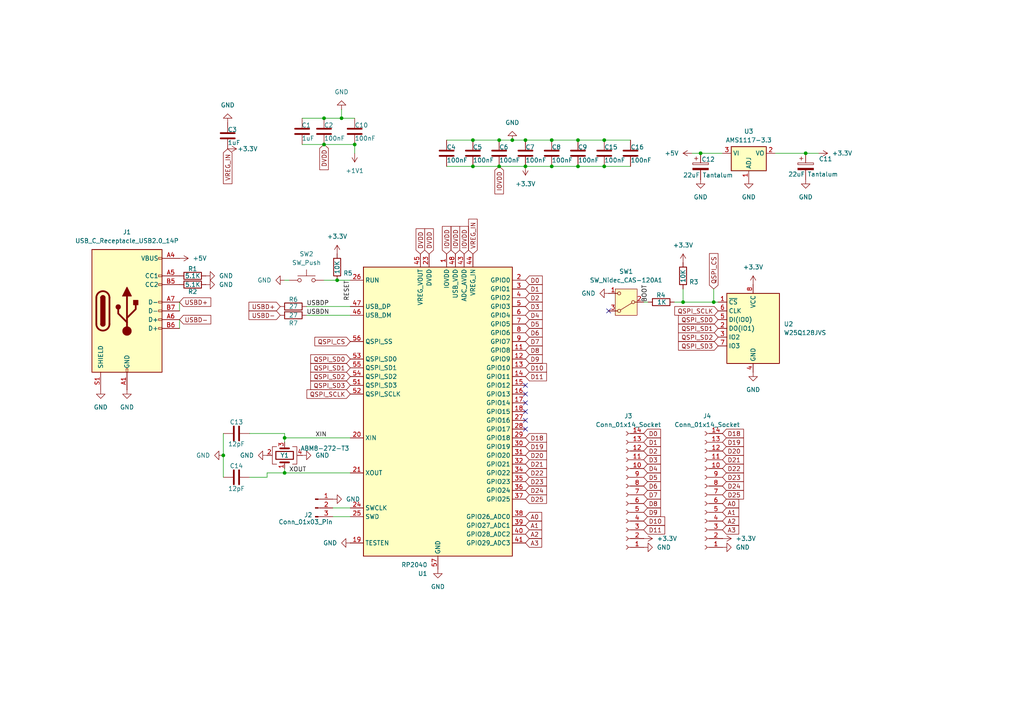
<source format=kicad_sch>
(kicad_sch (version 20250114) (generator "eeschema") (generator_version "9.0")
  (paper "A4")
  (lib_symbols
    (symbol "Connector:Conn_01x03_Pin" (pin_names (offset 1.016) (hide yes))
      (property "Reference" "J" (at 0 5.08 0))
      (property "Value" "Conn_01x03_Pin" (at 0 -5.08 0))
      (symbol "Conn_01x03_Pin_1_1"
        (rectangle (start 0.8636 2.667) (end 0 2.413) (stroke (width 0.1524)) (fill (type outline)))
        (rectangle (start 0.8636 0.127) (end 0 -0.127) (stroke (width 0.1524)) (fill (type outline)))
        (rectangle (start 0.8636 -2.413) (end 0 -2.667) (stroke (width 0.1524)) (fill (type outline)))
        (polyline (pts (xy 1.27 2.54) (xy 0.8636 2.54)) (stroke (width 0.1524)))
        (polyline (pts (xy 1.27 0) (xy 0.8636 0)) (stroke (width 0.1524)))
        (polyline (pts (xy 1.27 -2.54) (xy 0.8636 -2.54)) (stroke (width 0.1524)))
        (pin passive line (at 5.08 2.54 180) (length 3.81) (name "Pin_1") (number "1"))
        (pin passive line (at 5.08 0 180) (length 3.81) (name "Pin_2") (number "2"))
        (pin passive line (at 5.08 -2.54 180) (length 3.81) (name "Pin_3") (number "3"))
      )
    )
    (symbol "Connector:Conn_01x14_Socket" (pin_names (offset 1.016) (hide yes))
      (property "Reference" "J" (at 0 17.78 0))
      (property "Value" "Conn_01x14_Socket" (at 0 -20.32 0))
      (symbol "Conn_01x14_Socket_1_1"
        (polyline (pts (xy -1.27 15.24) (xy -0.508 15.24)) (stroke (width 0.1524)))
        (polyline (pts (xy -1.27 12.7) (xy -0.508 12.7)) (stroke (width 0.1524)))
        (polyline (pts (xy -1.27 10.16) (xy -0.508 10.16)) (stroke (width 0.1524)))
        (polyline (pts (xy -1.27 7.62) (xy -0.508 7.62)) (stroke (width 0.1524)))
        (polyline (pts (xy -1.27 5.08) (xy -0.508 5.08)) (stroke (width 0.1524)))
        (polyline (pts (xy -1.27 2.54) (xy -0.508 2.54)) (stroke (width 0.1524)))
        (polyline (pts (xy -1.27 0) (xy -0.508 0)) (stroke (width 0.1524)))
        (polyline (pts (xy -1.27 -2.54) (xy -0.508 -2.54)) (stroke (width 0.1524)))
        (polyline (pts (xy -1.27 -5.08) (xy -0.508 -5.08)) (stroke (width 0.1524)))
        (polyline (pts (xy -1.27 -7.62) (xy -0.508 -7.62)) (stroke (width 0.1524)))
        (polyline (pts (xy -1.27 -10.16) (xy -0.508 -10.16)) (stroke (width 0.1524)))
        (polyline (pts (xy -1.27 -12.7) (xy -0.508 -12.7)) (stroke (width 0.1524)))
        (polyline (pts (xy -1.27 -15.24) (xy -0.508 -15.24)) (stroke (width 0.1524)))
        (polyline (pts (xy -1.27 -17.78) (xy -0.508 -17.78)) (stroke (width 0.1524)))
        (arc (start 0 14.732) (mid -0.5058 15.24) (end 0 15.748) (stroke (width 0.1524)))
        (arc (start 0 12.192) (mid -0.5058 12.7) (end 0 13.208) (stroke (width 0.1524)))
        (arc (start 0 9.652) (mid -0.5058 10.16) (end 0 10.668) (stroke (width 0.1524)))
        (arc (start 0 7.112) (mid -0.5058 7.62) (end 0 8.128) (stroke (width 0.1524)))
        (arc (start 0 4.572) (mid -0.5058 5.08) (end 0 5.588) (stroke (width 0.1524)))
        (arc (start 0 2.032) (mid -0.5058 2.54) (end 0 3.048) (stroke (width 0.1524)))
        (arc (start 0 -0.508) (mid -0.5058 0) (end 0 0.508) (stroke (width 0.1524)))
        (arc (start 0 -3.048) (mid -0.5058 -2.54) (end 0 -2.032) (stroke (width 0.1524)))
        (arc (start 0 -5.588) (mid -0.5058 -5.08) (end 0 -4.572) (stroke (width 0.1524)))
        (arc (start 0 -8.128) (mid -0.5058 -7.62) (end 0 -7.112) (stroke (width 0.1524)))
        (arc (start 0 -10.668) (mid -0.5058 -10.16) (end 0 -9.652) (stroke (width 0.1524)))
        (arc (start 0 -13.208) (mid -0.5058 -12.7) (end 0 -12.192) (stroke (width 0.1524)))
        (arc (start 0 -15.748) (mid -0.5058 -15.24) (end 0 -14.732) (stroke (width 0.1524)))
        (arc (start 0 -18.288) (mid -0.5058 -17.78) (end 0 -17.272) (stroke (width 0.1524)))
        (pin passive line (at -5.08 15.24 0) (length 3.81) (name "Pin_1") (number "1"))
        (pin passive line (at -5.08 12.7 0) (length 3.81) (name "Pin_2") (number "2"))
        (pin passive line (at -5.08 10.16 0) (length 3.81) (name "Pin_3") (number "3"))
        (pin passive line (at -5.08 7.62 0) (length 3.81) (name "Pin_4") (number "4"))
        (pin passive line (at -5.08 5.08 0) (length 3.81) (name "Pin_5") (number "5"))
        (pin passive line (at -5.08 2.54 0) (length 3.81) (name "Pin_6") (number "6"))
        (pin passive line (at -5.08 0 0) (length 3.81) (name "Pin_7") (number "7"))
        (pin passive line (at -5.08 -2.54 0) (length 3.81) (name "Pin_8") (number "8"))
        (pin passive line (at -5.08 -5.08 0) (length 3.81) (name "Pin_9") (number "9"))
        (pin passive line (at -5.08 -7.62 0) (length 3.81) (name "Pin_10") (number "10"))
        (pin passive line (at -5.08 -10.16 0) (length 3.81) (name "Pin_11") (number "11"))
        (pin passive line (at -5.08 -12.7 0) (length 3.81) (name "Pin_12") (number "12"))
        (pin passive line (at -5.08 -15.24 0) (length 3.81) (name "Pin_13") (number "13"))
        (pin passive line (at -5.08 -17.78 0) (length 3.81) (name "Pin_14") (number "14"))
      )
    )
    (symbol "Connector:USB_C_Receptacle_USB2.0_14P" (pin_names (offset 1.016))
      (property "Reference" "J" (at 0 22.225 0))
      (property "Value" "USB_C_Receptacle_USB2.0_14P" (at 0 19.685 0))
      (symbol "USB_C_Receptacle_USB2.0_14P_0_0"
        (rectangle (start -0.254 -17.78) (end 0.254 -16.764))
        (rectangle (start 10.16 15.494) (end 9.144 14.986))
        (rectangle (start 10.16 10.414) (end 9.144 9.906))
        (rectangle (start 10.16 7.874) (end 9.144 7.366))
        (rectangle (start 10.16 2.794) (end 9.144 2.286))
        (rectangle (start 10.16 0.254) (end 9.144 -0.254))
        (rectangle (start 10.16 -2.286) (end 9.144 -2.794))
        (rectangle (start 10.16 -4.826) (end 9.144 -5.334))
      )
      (symbol "USB_C_Receptacle_USB2.0_14P_0_1"
        (rectangle (start -10.16 17.78) (end 10.16 -17.78) (stroke (width 0.254)) (fill (type background)))
        (polyline (pts (xy -8.89 -3.81) (xy -8.89 3.81)) (stroke (width 0.508)))
        (rectangle (start -7.62 -3.81) (end -6.35 3.81) (stroke (width 0.254)) (fill (type outline)))
        (arc (start -7.62 3.81) (mid -6.985 4.4423) (end -6.35 3.81) (stroke (width 0.254)))
        (arc (start -7.62 3.81) (mid -6.985 4.4423) (end -6.35 3.81) (stroke (width 0.254)) (fill (type outline)))
        (arc (start -8.89 3.81) (mid -6.985 5.7067) (end -5.08 3.81) (stroke (width 0.508)))
        (arc (start -5.08 -3.81) (mid -6.985 -5.7067) (end -8.89 -3.81) (stroke (width 0.508)))
        (arc (start -6.35 -3.81) (mid -6.985 -4.4423) (end -7.62 -3.81) (stroke (width 0.254)))
        (arc (start -6.35 -3.81) (mid -6.985 -4.4423) (end -7.62 -3.81) (stroke (width 0.254)) (fill (type outline)))
        (polyline (pts (xy -5.08 3.81) (xy -5.08 -3.81)) (stroke (width 0.508)))
        (circle (center -2.54 1.143) (radius 0.635) (stroke (width 0.254)) (fill (type outline)))
        (polyline (pts (xy -1.27 4.318) (xy 0 6.858) (xy 1.27 4.318) (xy -1.27 4.318)) (stroke (width 0.254)) (fill (type outline)))
        (polyline (pts (xy 0 -2.032) (xy 2.54 0.508) (xy 2.54 1.778)) (stroke (width 0.508)))
        (polyline (pts (xy 0 -3.302) (xy -2.54 -0.762) (xy -2.54 0.508)) (stroke (width 0.508)))
        (polyline (pts (xy 0 -5.842) (xy 0 4.318)) (stroke (width 0.508)))
        (circle (center 0 -5.842) (radius 1.27) (fill (type outline)))
        (rectangle (start 1.905 1.778) (end 3.175 3.048) (stroke (width 0.254)) (fill (type outline)))
      )
      (symbol "USB_C_Receptacle_USB2.0_14P_1_1"
        (pin passive line (at -7.62 -22.86 90) (length 5.08) (name "SHIELD") (number "S1"))
        (pin passive line (at 0 -22.86 90) (length 5.08) (name "GND") (number "A1"))
        (pin passive line (at 0 -22.86 90) (length 5.08) (hide yes) (name "GND") (number "A12"))
        (pin passive line (at 0 -22.86 90) (length 5.08) (hide yes) (name "GND") (number "B1"))
        (pin passive line (at 0 -22.86 90) (length 5.08) (hide yes) (name "GND") (number "B12"))
        (pin passive line (at 15.24 15.24 180) (length 5.08) (name "VBUS") (number "A4"))
        (pin passive line (at 15.24 15.24 180) (length 5.08) (hide yes) (name "VBUS") (number "A9"))
        (pin passive line (at 15.24 15.24 180) (length 5.08) (hide yes) (name "VBUS") (number "B4"))
        (pin passive line (at 15.24 15.24 180) (length 5.08) (hide yes) (name "VBUS") (number "B9"))
        (pin bidirectional line (at 15.24 10.16 180) (length 5.08) (name "CC1") (number "A5"))
        (pin bidirectional line (at 15.24 7.62 180) (length 5.08) (name "CC2") (number "B5"))
        (pin bidirectional line (at 15.24 2.54 180) (length 5.08) (name "D-") (number "A7"))
        (pin bidirectional line (at 15.24 0 180) (length 5.08) (name "D-") (number "B7"))
        (pin bidirectional line (at 15.24 -2.54 180) (length 5.08) (name "D+") (number "A6"))
        (pin bidirectional line (at 15.24 -5.08 180) (length 5.08) (name "D+") (number "B6"))
      )
    )
    (symbol "Device:C" (pin_numbers (hide yes)) (pin_names (offset 0.254))
      (property "Reference" "C" (at 0.635 2.54 0))
      (property "Value" "C" (at 0.635 -2.54 0))
      (symbol "C_0_1"
        (polyline (pts (xy -2.032 0.762) (xy 2.032 0.762)) (stroke (width 0.508)))
        (polyline (pts (xy -2.032 -0.762) (xy 2.032 -0.762)) (stroke (width 0.508)))
      )
      (symbol "C_1_1"
        (pin passive line (at 0 3.81 270) (length 2.794) (name "~") (number "1"))
        (pin passive line (at 0 -3.81 90) (length 2.794) (name "~") (number "2"))
      )
    )
    (symbol "Device:C_Polarized" (pin_numbers (hide yes)) (pin_names (offset 0.254))
      (property "Reference" "C" (at 0.635 2.54 0))
      (property "Value" "C_Polarized" (at 0.635 -2.54 0))
      (symbol "C_Polarized_0_1"
        (rectangle (start -2.286 0.508) (end 2.286 1.016))
        (polyline (pts (xy -1.778 2.286) (xy -0.762 2.286)))
        (polyline (pts (xy -1.27 2.794) (xy -1.27 1.778)))
        (rectangle (start 2.286 -0.508) (end -2.286 -1.016) (fill (type outline)))
      )
      (symbol "C_Polarized_1_1"
        (pin passive line (at 0 3.81 270) (length 2.794) (name "~") (number "1"))
        (pin passive line (at 0 -3.81 90) (length 2.794) (name "~") (number "2"))
      )
    )
    (symbol "Device:Crystal_GND24" (pin_names (offset 1.016) (hide yes))
      (property "Reference" "Y" (at 3.175 5.08 0))
      (property "Value" "Crystal_GND24" (at 3.175 3.175 0))
      (symbol "Crystal_GND24_0_1"
        (polyline (pts (xy -2.54 2.286) (xy -2.54 3.556) (xy 2.54 3.556) (xy 2.54 2.286)))
        (polyline (pts (xy -2.54 0) (xy -2.032 0)))
        (polyline (pts (xy -2.54 -2.286) (xy -2.54 -3.556) (xy 2.54 -3.556) (xy 2.54 -2.286)))
        (polyline (pts (xy -2.032 -1.27) (xy -2.032 1.27)) (stroke (width 0.508)))
        (rectangle (start -1.143 2.54) (end 1.143 -2.54) (stroke (width 0.3048)))
        (polyline (pts (xy 0 3.556) (xy 0 3.81)))
        (polyline (pts (xy 0 -3.81) (xy 0 -3.556)))
        (polyline (pts (xy 2.032 0) (xy 2.54 0)))
        (polyline (pts (xy 2.032 -1.27) (xy 2.032 1.27)) (stroke (width 0.508)))
      )
      (symbol "Crystal_GND24_1_1"
        (pin passive line (at -3.81 0 0) (length 1.27) (name "1") (number "1"))
        (pin passive line (at 0 5.08 270) (length 1.27) (name "2") (number "2"))
        (pin passive line (at 0 -5.08 90) (length 1.27) (name "4") (number "4"))
        (pin passive line (at 3.81 0 180) (length 1.27) (name "3") (number "3"))
      )
    )
    (symbol "Device:R" (pin_numbers (hide yes)) (pin_names (offset 0))
      (property "Reference" "R" (at 2.032 0 90))
      (property "Value" "R" (at 0 0 90))
      (symbol "R_0_1"
        (rectangle (start -1.016 -2.54) (end 1.016 2.54) (stroke (width 0.254)))
      )
      (symbol "R_1_1"
        (pin passive line (at 0 3.81 270) (length 1.27) (name "~") (number "1"))
        (pin passive line (at 0 -3.81 90) (length 1.27) (name "~") (number "2"))
      )
    )
    (symbol "MCU_RaspberryPi:RP2040"
      (property "Reference" "U" (at 17.78 45.72 0))
      (property "Value" "RP2040" (at 17.78 43.18 0))
      (symbol "RP2040_0_1"
        (rectangle (start -21.59 41.91) (end 21.59 -41.91) (stroke (width 0.254)) (fill (type background)))
      )
      (symbol "RP2040_1_1"
        (pin input line (at -25.4 38.1 0) (length 3.81) (name "RUN") (number "26"))
        (pin bidirectional line (at -25.4 30.48 0) (length 3.81) (name "USB_DP") (number "47"))
        (pin bidirectional line (at -25.4 27.94 0) (length 3.81) (name "USB_DM") (number "46"))
        (pin bidirectional line (at -25.4 20.32 0) (length 3.81) (name "QSPI_SS") (number "56"))
        (pin bidirectional line (at -25.4 15.24 0) (length 3.81) (name "QSPI_SD0") (number "53"))
        (pin bidirectional line (at -25.4 12.7 0) (length 3.81) (name "QSPI_SD1") (number "55"))
        (pin bidirectional line (at -25.4 10.16 0) (length 3.81) (name "QSPI_SD2") (number "54"))
        (pin bidirectional line (at -25.4 7.62 0) (length 3.81) (name "QSPI_SD3") (number "51"))
        (pin output line (at -25.4 5.08 0) (length 3.81) (name "QSPI_SCLK") (number "52"))
        (pin input line (at -25.4 -7.62 0) (length 3.81) (name "XIN") (number "20"))
        (pin passive line (at -25.4 -17.78 0) (length 3.81) (name "XOUT") (number "21"))
        (pin input line (at -25.4 -27.94 0) (length 3.81) (name "SWCLK") (number "24"))
        (pin bidirectional line (at -25.4 -30.48 0) (length 3.81) (name "SWD") (number "25"))
        (pin input line (at -25.4 -38.1 0) (length 3.81) (name "TESTEN") (number "19"))
        (pin power_out line (at -5.08 45.72 270) (length 3.81) (name "VREG_VOUT") (number "45"))
        (pin power_in line (at -2.54 45.72 270) (length 3.81) (name "DVDD") (number "23"))
        (pin passive line (at -2.54 45.72 270) (length 3.81) (hide yes) (name "DVDD") (number "50"))
        (pin power_in line (at 0 -45.72 90) (length 3.81) (name "GND") (number "57"))
        (pin power_in line (at 2.54 45.72 270) (length 3.81) (name "IOVDD") (number "1"))
        (pin passive line (at 2.54 45.72 270) (length 3.81) (hide yes) (name "IOVDD") (number "10"))
        (pin passive line (at 2.54 45.72 270) (length 3.81) (hide yes) (name "IOVDD") (number "22"))
        (pin passive line (at 2.54 45.72 270) (length 3.81) (hide yes) (name "IOVDD") (number "33"))
        (pin passive line (at 2.54 45.72 270) (length 3.81) (hide yes) (name "IOVDD") (number "42"))
        (pin passive line (at 2.54 45.72 270) (length 3.81) (hide yes) (name "IOVDD") (number "49"))
        (pin power_in line (at 5.08 45.72 270) (length 3.81) (name "USB_VDD") (number "48"))
        (pin power_in line (at 7.62 45.72 270) (length 3.81) (name "ADC_AVDD") (number "43"))
        (pin power_in line (at 10.16 45.72 270) (length 3.81) (name "VREG_IN") (number "44"))
        (pin bidirectional line (at 25.4 38.1 180) (length 3.81) (name "GPIO0") (number "2"))
        (pin bidirectional line (at 25.4 35.56 180) (length 3.81) (name "GPIO1") (number "3"))
        (pin bidirectional line (at 25.4 33.02 180) (length 3.81) (name "GPIO2") (number "4"))
        (pin bidirectional line (at 25.4 30.48 180) (length 3.81) (name "GPIO3") (number "5"))
        (pin bidirectional line (at 25.4 27.94 180) (length 3.81) (name "GPIO4") (number "6"))
        (pin bidirectional line (at 25.4 25.4 180) (length 3.81) (name "GPIO5") (number "7"))
        (pin bidirectional line (at 25.4 22.86 180) (length 3.81) (name "GPIO6") (number "8"))
        (pin bidirectional line (at 25.4 20.32 180) (length 3.81) (name "GPIO7") (number "9"))
        (pin bidirectional line (at 25.4 17.78 180) (length 3.81) (name "GPIO8") (number "11"))
        (pin bidirectional line (at 25.4 15.24 180) (length 3.81) (name "GPIO9") (number "12"))
        (pin bidirectional line (at 25.4 12.7 180) (length 3.81) (name "GPIO10") (number "13"))
        (pin bidirectional line (at 25.4 10.16 180) (length 3.81) (name "GPIO11") (number "14"))
        (pin bidirectional line (at 25.4 7.62 180) (length 3.81) (name "GPIO12") (number "15"))
        (pin bidirectional line (at 25.4 5.08 180) (length 3.81) (name "GPIO13") (number "16"))
        (pin bidirectional line (at 25.4 2.54 180) (length 3.81) (name "GPIO14") (number "17"))
        (pin bidirectional line (at 25.4 0 180) (length 3.81) (name "GPIO15") (number "18"))
        (pin bidirectional line (at 25.4 -2.54 180) (length 3.81) (name "GPIO16") (number "27"))
        (pin bidirectional line (at 25.4 -5.08 180) (length 3.81) (name "GPIO17") (number "28"))
        (pin bidirectional line (at 25.4 -7.62 180) (length 3.81) (name "GPIO18") (number "29"))
        (pin bidirectional line (at 25.4 -10.16 180) (length 3.81) (name "GPIO19") (number "30"))
        (pin bidirectional line (at 25.4 -12.7 180) (length 3.81) (name "GPIO20") (number "31"))
        (pin bidirectional line (at 25.4 -15.24 180) (length 3.81) (name "GPIO21") (number "32"))
        (pin bidirectional line (at 25.4 -17.78 180) (length 3.81) (name "GPIO22") (number "34"))
        (pin bidirectional line (at 25.4 -20.32 180) (length 3.81) (name "GPIO23") (number "35"))
        (pin bidirectional line (at 25.4 -22.86 180) (length 3.81) (name "GPIO24") (number "36"))
        (pin bidirectional line (at 25.4 -25.4 180) (length 3.81) (name "GPIO25") (number "37"))
        (pin bidirectional line (at 25.4 -30.48 180) (length 3.81) (name "GPIO26_ADC0") (number "38"))
        (pin bidirectional line (at 25.4 -33.02 180) (length 3.81) (name "GPIO27_ADC1") (number "39"))
        (pin bidirectional line (at 25.4 -35.56 180) (length 3.81) (name "GPIO28_ADC2") (number "40"))
        (pin bidirectional line (at 25.4 -38.1 180) (length 3.81) (name "GPIO29_ADC3") (number "41"))
      )
    )
    (symbol "Memory_Flash:W25Q128JVS"
      (property "Reference" "U" (at -6.35 11.43 0))
      (property "Value" "W25Q128JVS" (at 7.62 11.43 0))
      (symbol "W25Q128JVS_0_1"
        (rectangle (start -7.62 10.16) (end 7.62 -10.16) (stroke (width 0.254)) (fill (type background)))
      )
      (symbol "W25Q128JVS_1_1"
        (pin input line (at -10.16 7.62 0) (length 2.54) (name "~{CS}") (number "1"))
        (pin input line (at -10.16 5.08 0) (length 2.54) (name "CLK") (number "6"))
        (pin bidirectional line (at -10.16 2.54 0) (length 2.54) (name "DI(IO0)") (number "5"))
        (pin bidirectional line (at -10.16 0 0) (length 2.54) (name "DO(IO1)") (number "2"))
        (pin bidirectional line (at -10.16 -2.54 0) (length 2.54) (name "IO2") (number "3"))
        (pin bidirectional line (at -10.16 -5.08 0) (length 2.54) (name "IO3") (number "7"))
        (pin power_in line (at 0 12.7 270) (length 2.54) (name "VCC") (number "8"))
        (pin power_in line (at 0 -12.7 90) (length 2.54) (name "GND") (number "4"))
      )
    )
    (symbol "Regulator_Linear:AMS1117"
      (property "Reference" "U" (at -3.81 3.175 0))
      (property "Value" "AMS1117" (at 0 3.175 0))
      (symbol "AMS1117_0_1"
        (rectangle (start -5.08 -5.08) (end 5.08 1.905) (stroke (width 0.254)) (fill (type background)))
      )
      (symbol "AMS1117_1_1"
        (pin power_in line (at -7.62 0 0) (length 2.54) (name "VI") (number "3"))
        (pin input line (at 0 -7.62 90) (length 2.54) (name "ADJ") (number "1"))
        (pin power_out line (at 7.62 0 180) (length 2.54) (name "VO") (number "2"))
      )
    )
    (symbol "Switch:SW_Nidec_CAS-120A1" (pin_names (offset 1) (hide yes))
      (property "Reference" "SW" (at 0 4.318 0))
      (property "Value" "SW_Nidec_CAS-120A1" (at 0 -5.08 0))
      (symbol "SW_Nidec_CAS-120A1_0_1"
        (circle (center -2.032 0) (radius 0.4572))
        (polyline (pts (xy -1.651 0.254) (xy 1.651 2.286)))
        (circle (center 2.032 2.54) (radius 0.4572))
        (circle (center 2.032 -2.54) (radius 0.4572))
      )
      (symbol "SW_Nidec_CAS-120A1_1_1"
        (rectangle (start -3.175 3.81) (end 3.175 -3.81) (fill (type background)))
        (pin passive line (at -5.08 0 0) (length 2.54) (name "B") (number "2"))
        (pin passive line (at 5.08 2.54 180) (length 2.54) (name "A") (number "3"))
        (pin passive line (at 5.08 -2.54 180) (length 2.54) (name "C") (number "1"))
      )
    )
    (symbol "Switch:SW_Push" (pin_numbers (hide yes)) (pin_names (offset 1.016) (hide yes))
      (property "Reference" "SW" (at 1.27 2.54 0))
      (property "Value" "SW_Push" (at 0 -1.524 0))
      (symbol "SW_Push_0_1"
        (circle (center -2.032 0) (radius 0.508))
        (polyline (pts (xy 0 1.27) (xy 0 3.048)))
        (circle (center 2.032 0) (radius 0.508))
        (polyline (pts (xy 2.54 1.27) (xy -2.54 1.27)))
        (pin passive line (at -5.08 0 0) (length 2.54) (name "1") (number "1"))
        (pin passive line (at 5.08 0 180) (length 2.54) (name "2") (number "2"))
      )
    )
    (symbol "power:+1V1" (power) (pin_numbers (hide yes)) (pin_names (offset 0) (hide yes))
      (property "Value" "+1V1" (at 0 3.556 0))
      (symbol "+1V1_0_1"
        (polyline (pts (xy -0.762 1.27) (xy 0 2.54)))
        (polyline (pts (xy 0 2.54) (xy 0.762 1.27)))
        (polyline (pts (xy 0 0) (xy 0 2.54)))
      )
      (symbol "+1V1_1_1"
        (pin power_in line (at 0 0 90) (length 0) (name "~") (number "1"))
      )
    )
    (symbol "power:+3.3V" (power) (pin_numbers (hide yes)) (pin_names (offset 0) (hide yes))
      (property "Value" "+3.3V" (at 0 3.556 0))
      (symbol "+3.3V_0_1"
        (polyline (pts (xy -0.762 1.27) (xy 0 2.54)))
        (polyline (pts (xy 0 2.54) (xy 0.762 1.27)))
        (polyline (pts (xy 0 0) (xy 0 2.54)))
      )
      (symbol "+3.3V_1_1"
        (pin power_in line (at 0 0 90) (length 0) (name "~") (number "1"))
      )
    )
    (symbol "power:+5V" (power) (pin_numbers (hide yes)) (pin_names (offset 0) (hide yes))
      (property "Value" "+5V" (at 0 3.556 0))
      (symbol "+5V_0_1"
        (polyline (pts (xy -0.762 1.27) (xy 0 2.54)))
        (polyline (pts (xy 0 2.54) (xy 0.762 1.27)))
        (polyline (pts (xy 0 0) (xy 0 2.54)))
      )
      (symbol "+5V_1_1"
        (pin power_in line (at 0 0 90) (length 0) (name "~") (number "1"))
      )
    )
    (symbol "power:GND" (power) (pin_numbers (hide yes)) (pin_names (offset 0) (hide yes))
      (property "Value" "GND" (at 0 -3.81 0))
      (symbol "GND_0_1"
        (polyline (pts (xy 0 0) (xy 0 -1.27) (xy 1.27 -1.27) (xy 0 -2.54) (xy -1.27 -1.27) (xy 0 -1.27)))
      )
      (symbol "GND_1_1"
        (pin power_in line (at 0 0 270) (length 0) (name "~") (number "1"))
      )
    )
  )
  (junction (at 144.78 40.64))
  (junction (at 137.16 40.64))
  (junction (at 207.01 87.63))
  (junction (at 137.16 48.26))
  (junction (at 167.64 40.64))
  (junction (at 64.77 132.08))
  (junction (at 152.4 48.26))
  (junction (at 175.26 48.26))
  (junction (at 152.4 40.64))
  (junction (at 160.02 48.26))
  (junction (at 148.59 40.64))
  (junction (at 198.12 87.63))
  (junction (at 82.55 137.16))
  (junction (at 167.64 48.26))
  (junction (at 144.78 48.26))
  (junction (at 233.68 44.45))
  (junction (at 102.87 41.91))
  (junction (at 93.98 34.29))
  (junction (at 175.26 40.64))
  (junction (at 203.2 44.45))
  (junction (at 97.79 81.28))
  (junction (at 160.02 40.64))
  (junction (at 99.06 34.29))
  (junction (at 93.98 41.91))
  (junction (at 82.55 127))
  (no_connect (at 152.4 116.84))
  (no_connect (at 152.4 121.92))
  (no_connect (at 152.4 114.3))
  (no_connect (at 152.4 124.46))
  (no_connect (at 176.53 90.17))
  (no_connect (at 152.4 119.38))
  (no_connect (at 152.4 111.76))
  (wire (pts (xy 93.98 34.29) (xy 99.06 34.29)))
  (wire (pts (xy 82.55 127) (xy 101.6 127)))
  (wire (pts (xy 93.98 41.91) (xy 102.87 41.91)))
  (wire (pts (xy 82.55 137.16) (xy 101.6 137.16)))
  (wire (pts (xy 99.06 34.29) (xy 102.87 34.29)))
  (wire (pts (xy 152.4 48.26) (xy 160.02 48.26)))
  (wire (pts (xy 129.54 48.26) (xy 137.16 48.26)))
  (wire (pts (xy 152.4 40.64) (xy 160.02 40.64)))
  (wire (pts (xy 64.77 125.73) (xy 64.77 132.08)))
  (wire (pts (xy 93.98 81.28) (xy 97.79 81.28)))
  (wire (pts (xy 224.79 44.45) (xy 233.68 44.45)))
  (wire (pts (xy 96.52 149.86) (xy 101.6 149.86)))
  (wire (pts (xy 82.55 125.73) (xy 72.39 125.73)))
  (wire (pts (xy 195.58 87.63) (xy 198.12 87.63)))
  (wire (pts (xy 207.01 87.63) (xy 208.28 87.63)))
  (wire (pts (xy 93.98 34.29) (xy 87.63 34.29)))
  (wire (pts (xy 97.79 81.28) (xy 101.6 81.28)))
  (wire (pts (xy 167.64 40.64) (xy 175.26 40.64)))
  (wire (pts (xy 87.63 41.91) (xy 93.98 41.91)))
  (wire (pts (xy 96.52 147.32) (xy 101.6 147.32)))
  (wire (pts (xy 52.07 92.71) (xy 52.07 95.25)))
  (wire (pts (xy 200.66 44.45) (xy 203.2 44.45)))
  (wire (pts (xy 82.55 125.73) (xy 82.55 127)))
  (wire (pts (xy 102.87 44.45) (xy 102.87 41.91)))
  (wire (pts (xy 88.9 91.44) (xy 101.6 91.44)))
  (wire (pts (xy 72.39 138.43) (xy 77.47 138.43)))
  (wire (pts (xy 144.78 48.26) (xy 152.4 48.26)))
  (wire (pts (xy 99.06 31.75) (xy 99.06 34.29)))
  (wire (pts (xy 129.54 40.64) (xy 137.16 40.64)))
  (wire (pts (xy 203.2 44.45) (xy 209.55 44.45)))
  (wire (pts (xy 144.78 48.26) (xy 137.16 48.26)))
  (wire (pts (xy 198.12 83.82) (xy 198.12 87.63)))
  (wire (pts (xy 82.55 81.28) (xy 83.82 81.28)))
  (wire (pts (xy 233.68 44.45) (xy 237.49 44.45)))
  (wire (pts (xy 160.02 48.26) (xy 167.64 48.26)))
  (wire (pts (xy 148.59 40.64) (xy 152.4 40.64)))
  (wire (pts (xy 160.02 40.64) (xy 167.64 40.64)))
  (wire (pts (xy 175.26 48.26) (xy 182.88 48.26)))
  (wire (pts (xy 207.01 83.82) (xy 207.01 87.63)))
  (wire (pts (xy 82.55 127) (xy 82.55 128.27)))
  (wire (pts (xy 144.78 40.64) (xy 148.59 40.64)))
  (wire (pts (xy 52.07 87.63) (xy 52.07 90.17)))
  (wire (pts (xy 137.16 40.64) (xy 144.78 40.64)))
  (wire (pts (xy 186.69 87.63) (xy 187.96 87.63)))
  (wire (pts (xy 167.64 48.26) (xy 175.26 48.26)))
  (wire (pts (xy 207.01 87.63) (xy 198.12 87.63)))
  (wire (pts (xy 88.9 88.9) (xy 101.6 88.9)))
  (wire (pts (xy 77.47 137.16) (xy 82.55 137.16)))
  (wire (pts (xy 77.47 137.16) (xy 77.47 138.43)))
  (wire (pts (xy 64.77 132.08) (xy 64.77 138.43)))
  (wire (pts (xy 175.26 40.64) (xy 182.88 40.64)))
  (wire (pts (xy 82.55 135.89) (xy 82.55 137.16)))
  (label "BOOT" (at 187.96 87.63 90))
  (label "USBDN" (at 88.9 91.44 0))
  (label "RESET" (at 101.6 81.28 270))
  (label "XIN" (at 91.44 127 0))
  (label "USBDP" (at 88.9 88.9 0))
  (label "XOUT" (at 83.82 137.16 0))
  (global_label "QSPI_SCLK" (shape input) (at 101.6 114.3 180) (property "Intersheetrefs" "${INTERSHEET_REFS}" (effects (hide yes))))
  (global_label "QSPI_SD2" (shape input) (at 208.28 97.79 180) (property "Intersheetrefs" "${INTERSHEET_REFS}" (effects (hide yes))))
  (global_label "IOVDD" (shape input) (at 144.78 48.26 270) (property "Intersheetrefs" "${INTERSHEET_REFS}" (effects (hide yes))))
  (global_label "D7" (shape input) (at 186.69 143.51 0) (property "Intersheetrefs" "${INTERSHEET_REFS}" (effects (hide yes))))
  (global_label "USBD-" (shape input) (at 81.28 91.44 180) (property "Intersheetrefs" "${INTERSHEET_REFS}" (effects (hide yes))))
  (global_label "D0" (shape input) (at 186.69 125.73 0) (property "Intersheetrefs" "${INTERSHEET_REFS}" (effects (hide yes))))
  (global_label "D9" (shape input) (at 152.4 104.14 0) (property "Intersheetrefs" "${INTERSHEET_REFS}" (effects (hide yes))))
  (global_label "D1" (shape input) (at 186.69 128.27 0) (property "Intersheetrefs" "${INTERSHEET_REFS}" (effects (hide yes))))
  (global_label "D21" (shape input) (at 209.55 133.35 0) (property "Intersheetrefs" "${INTERSHEET_REFS}" (effects (hide yes))))
  (global_label "D11" (shape input) (at 152.4 109.22 0) (property "Intersheetrefs" "${INTERSHEET_REFS}" (effects (hide yes))))
  (global_label "D19" (shape input) (at 152.4 129.54 0) (property "Intersheetrefs" "${INTERSHEET_REFS}" (effects (hide yes))))
  (global_label "D23" (shape input) (at 152.4 139.7 0) (property "Intersheetrefs" "${INTERSHEET_REFS}" (effects (hide yes))))
  (global_label "A0" (shape input) (at 152.4 149.86 0) (property "Intersheetrefs" "${INTERSHEET_REFS}" (effects (hide yes))))
  (global_label "QSPI_SD3" (shape input) (at 101.6 111.76 180) (property "Intersheetrefs" "${INTERSHEET_REFS}" (effects (hide yes))))
  (global_label "D5" (shape input) (at 152.4 93.98 0) (property "Intersheetrefs" "${INTERSHEET_REFS}" (effects (hide yes))))
  (global_label "A3" (shape input) (at 152.4 157.48 0) (property "Intersheetrefs" "${INTERSHEET_REFS}" (effects (hide yes))))
  (global_label "QSPI_SD0" (shape input) (at 101.6 104.14 180) (property "Intersheetrefs" "${INTERSHEET_REFS}" (effects (hide yes))))
  (global_label "A2" (shape input) (at 152.4 154.94 0) (property "Intersheetrefs" "${INTERSHEET_REFS}" (effects (hide yes))))
  (global_label "D3" (shape input) (at 152.4 88.9 0) (property "Intersheetrefs" "${INTERSHEET_REFS}" (effects (hide yes))))
  (global_label "D4" (shape input) (at 186.69 135.89 0) (property "Intersheetrefs" "${INTERSHEET_REFS}" (effects (hide yes))))
  (global_label "D2" (shape input) (at 152.4 86.36 0) (property "Intersheetrefs" "${INTERSHEET_REFS}" (effects (hide yes))))
  (global_label "IOVDD" (shape input) (at 129.54 73.66 90) (property "Intersheetrefs" "${INTERSHEET_REFS}" (effects (hide yes))))
  (global_label "DVDD" (shape input) (at 121.92 73.66 90) (property "Intersheetrefs" "${INTERSHEET_REFS}" (effects (hide yes))))
  (global_label "D21" (shape input) (at 152.4 134.62 0) (property "Intersheetrefs" "${INTERSHEET_REFS}" (effects (hide yes))))
  (global_label "IOVDD" (shape input) (at 132.08 73.66 90) (property "Intersheetrefs" "${INTERSHEET_REFS}" (effects (hide yes))))
  (global_label "D10" (shape input) (at 186.69 151.13 0) (property "Intersheetrefs" "${INTERSHEET_REFS}" (effects (hide yes))))
  (global_label "D22" (shape input) (at 209.55 135.89 0) (property "Intersheetrefs" "${INTERSHEET_REFS}" (effects (hide yes))))
  (global_label "D18" (shape input) (at 152.4 127 0) (property "Intersheetrefs" "${INTERSHEET_REFS}" (effects (hide yes))))
  (global_label "D11" (shape input) (at 186.69 153.67 0) (property "Intersheetrefs" "${INTERSHEET_REFS}" (effects (hide yes))))
  (global_label "D4" (shape input) (at 152.4 91.44 0) (property "Intersheetrefs" "${INTERSHEET_REFS}" (effects (hide yes))))
  (global_label "D8" (shape input) (at 152.4 101.6 0) (property "Intersheetrefs" "${INTERSHEET_REFS}" (effects (hide yes))))
  (global_label "D22" (shape input) (at 152.4 137.16 0) (property "Intersheetrefs" "${INTERSHEET_REFS}" (effects (hide yes))))
  (global_label "DVDD" (shape input) (at 124.46 73.66 90) (property "Intersheetrefs" "${INTERSHEET_REFS}" (effects (hide yes))))
  (global_label "QSPI_SCLK" (shape input) (at 208.28 90.17 180) (property "Intersheetrefs" "${INTERSHEET_REFS}" (effects (hide yes))))
  (global_label "A1" (shape input) (at 209.55 148.59 0) (property "Intersheetrefs" "${INTERSHEET_REFS}" (effects (hide yes))))
  (global_label "VREG_IN" (shape input) (at 137.16 73.66 90) (property "Intersheetrefs" "${INTERSHEET_REFS}" (effects (hide yes))))
  (global_label "D6" (shape input) (at 152.4 96.52 0) (property "Intersheetrefs" "${INTERSHEET_REFS}" (effects (hide yes))))
  (global_label "QSPI_SD0" (shape input) (at 208.28 92.71 180) (property "Intersheetrefs" "${INTERSHEET_REFS}" (effects (hide yes))))
  (global_label "D23" (shape input) (at 209.55 138.43 0) (property "Intersheetrefs" "${INTERSHEET_REFS}" (effects (hide yes))))
  (global_label "USBD-" (shape input) (at 52.07 92.71 0) (property "Intersheetrefs" "${INTERSHEET_REFS}" (effects (hide yes))))
  (global_label "QSPI_SD2" (shape input) (at 101.6 109.22 180) (property "Intersheetrefs" "${INTERSHEET_REFS}" (effects (hide yes))))
  (global_label "D25" (shape input) (at 152.4 144.78 0) (property "Intersheetrefs" "${INTERSHEET_REFS}" (effects (hide yes))))
  (global_label "D0" (shape input) (at 152.4 81.28 0) (property "Intersheetrefs" "${INTERSHEET_REFS}" (effects (hide yes))))
  (global_label "A2" (shape input) (at 209.55 151.13 0) (property "Intersheetrefs" "${INTERSHEET_REFS}" (effects (hide yes))))
  (global_label "D8" (shape input) (at 186.69 146.05 0) (property "Intersheetrefs" "${INTERSHEET_REFS}" (effects (hide yes))))
  (global_label "USBD+" (shape input) (at 52.07 87.63 0) (property "Intersheetrefs" "${INTERSHEET_REFS}" (effects (hide yes))))
  (global_label "DVDD" (shape input) (at 93.98 41.91 270) (property "Intersheetrefs" "${INTERSHEET_REFS}" (effects (hide yes))))
  (global_label "QSPI_CS" (shape input) (at 207.01 83.82 90) (property "Intersheetrefs" "${INTERSHEET_REFS}" (effects (hide yes))))
  (global_label "D24" (shape input) (at 209.55 140.97 0) (property "Intersheetrefs" "${INTERSHEET_REFS}" (effects (hide yes))))
  (global_label "D25" (shape input) (at 209.55 143.51 0) (property "Intersheetrefs" "${INTERSHEET_REFS}" (effects (hide yes))))
  (global_label "QSPI_SD3" (shape input) (at 208.28 100.33 180) (property "Intersheetrefs" "${INTERSHEET_REFS}" (effects (hide yes))))
  (global_label "D24" (shape input) (at 152.4 142.24 0) (property "Intersheetrefs" "${INTERSHEET_REFS}" (effects (hide yes))))
  (global_label "D20" (shape input) (at 209.55 130.81 0) (property "Intersheetrefs" "${INTERSHEET_REFS}" (effects (hide yes))))
  (global_label "D3" (shape input) (at 186.69 133.35 0) (property "Intersheetrefs" "${INTERSHEET_REFS}" (effects (hide yes))))
  (global_label "D19" (shape input) (at 209.55 128.27 0) (property "Intersheetrefs" "${INTERSHEET_REFS}" (effects (hide yes))))
  (global_label "VREG_IN" (shape input) (at 66.04 43.18 270) (property "Intersheetrefs" "${INTERSHEET_REFS}" (effects (hide yes))))
  (global_label "A3" (shape input) (at 209.55 153.67 0) (property "Intersheetrefs" "${INTERSHEET_REFS}" (effects (hide yes))))
  (global_label "D2" (shape input) (at 186.69 130.81 0) (property "Intersheetrefs" "${INTERSHEET_REFS}" (effects (hide yes))))
  (global_label "A0" (shape input) (at 209.55 146.05 0) (property "Intersheetrefs" "${INTERSHEET_REFS}" (effects (hide yes))))
  (global_label "IOVDD" (shape input) (at 134.62 73.66 90) (property "Intersheetrefs" "${INTERSHEET_REFS}" (effects (hide yes))))
  (global_label "D5" (shape input) (at 186.69 138.43 0) (property "Intersheetrefs" "${INTERSHEET_REFS}" (effects (hide yes))))
  (global_label "D9" (shape input) (at 186.69 148.59 0) (property "Intersheetrefs" "${INTERSHEET_REFS}" (effects (hide yes))))
  (global_label "QSPI_CS" (shape input) (at 101.6 99.06 180) (property "Intersheetrefs" "${INTERSHEET_REFS}" (effects (hide yes))))
  (global_label "D7" (shape input) (at 152.4 99.06 0) (property "Intersheetrefs" "${INTERSHEET_REFS}" (effects (hide yes))))
  (global_label "D18" (shape input) (at 209.55 125.73 0) (property "Intersheetrefs" "${INTERSHEET_REFS}" (effects (hide yes))))
  (global_label "A1" (shape input) (at 152.4 152.4 0) (property "Intersheetrefs" "${INTERSHEET_REFS}" (effects (hide yes))))
  (global_label "QSPI_SD1" (shape input) (at 101.6 106.68 180) (property "Intersheetrefs" "${INTERSHEET_REFS}" (effects (hide yes))))
  (global_label "D1" (shape input) (at 152.4 83.82 0) (property "Intersheetrefs" "${INTERSHEET_REFS}" (effects (hide yes))))
  (global_label "D10" (shape input) (at 152.4 106.68 0) (property "Intersheetrefs" "${INTERSHEET_REFS}" (effects (hide yes))))
  (global_label "D20" (shape input) (at 152.4 132.08 0) (property "Intersheetrefs" "${INTERSHEET_REFS}" (effects (hide yes))))
  (global_label "USBD+" (shape input) (at 81.28 88.9 180) (property "Intersheetrefs" "${INTERSHEET_REFS}" (effects (hide yes))))
  (global_label "QSPI_SD1" (shape input) (at 208.28 95.25 180) (property "Intersheetrefs" "${INTERSHEET_REFS}" (effects (hide yes))))
  (global_label "D6" (shape input) (at 186.69 140.97 0) (property "Intersheetrefs" "${INTERSHEET_REFS}" (effects (hide yes))))
  (symbol (lib_id "Device:R") (at 85.09 88.9 90) (unit 1)
    (property "Reference" "R6" (at 85.09 86.868 90))
    (property "Value" "27" (at 85.09 88.9 90))
    (property "Footprint" "Resistor_SMD:R_0603_1608Metric_Pad0.98x0.95mm_HandSolder" (effects (hide yes)))
    (property "Datasheet" "https://www.mouser.com/datasheet/2/447/PYu_SR_20105_RoHS_L_8-1670197.pdf" (effects (hide yes)))
    (property "Description" "Resistor" (effects (hide yes)))
  )
  (symbol (lib_id "Device:R") (at 191.77 87.63 90) (unit 1)
    (property "Reference" "R4" (at 193.04 85.598 90) (effects (justify left)))
    (property "Value" "1K" (at 193.294 87.63 90) (effects (justify left)))
    (property "Footprint" "Resistor_SMD:R_0603_1608Metric_Pad0.98x0.95mm_HandSolder" (effects (hide yes)))
    (property "Datasheet" "https://fscdn.rohm.com/en/products/databook/datasheet/passive/resistor/chip_resistor/sfr-e.pdf" (effects (hide yes)))
    (property "Description" "Resistor" (effects (hide yes)))
  )
  (symbol (lib_id "Device:C") (at 66.04 39.37 0) (unit 1)
    (property "Reference" "C3" (at 66.04 37.592 0) (effects (justify left)))
    (property "Value" "1uF" (at 66.04 41.402 0) (effects (justify left)))
    (property "Footprint" "Capacitor_SMD:C_0402_1005Metric" (effects (hide yes)))
    (property "Datasheet" "https://www.mouser.com/datasheet/2/396/mlcc02_e-1307760.pdf" (effects (hide yes)))
    (property "Description" "Unpolarized capacitor" (effects (hide yes)))
  )
  (symbol (lib_id "Device:R") (at 85.09 91.44 90) (unit 1)
    (property "Reference" "R7" (at 85.09 93.726 90))
    (property "Value" "27" (at 85.09 91.44 90))
    (property "Footprint" "Resistor_SMD:R_0603_1608Metric_Pad0.98x0.95mm_HandSolder" (effects (hide yes)))
    (property "Datasheet" "https://www.mouser.com/datasheet/2/447/PYu_SR_20105_RoHS_L_8-1670197.pdf" (effects (hide yes)))
    (property "Description" "Resistor" (effects (hide yes)))
  )
  (symbol (lib_id "power:GND") (at 209.55 158.75 90) (unit 1)
    (property "Reference" "#PWR020" (effects (hide yes)))
    (property "Value" "GND" (at 213.36 158.7499 90) (effects (justify right)))
    (property "Description" "Power symbol creates a global label with name \"GND\" , ground" (effects (hide yes)))
  )
  (symbol (lib_id "Device:C") (at 68.58 125.73 270) (unit 1)
    (property "Reference" "C13" (at 68.58 122.428 90))
    (property "Value" "12pF" (at 68.58 128.778 90))
    (property "Footprint" "Capacitor_SMD:C_0402_1005Metric" (effects (hide yes)))
    (property "Datasheet" "https://www.mouser.com/datasheet/2/396/c_mlcc_B_e-3369865.pdf" (effects (hide yes)))
    (property "Description" "Unpolarized capacitor" (effects (hide yes)))
  )
  (symbol (lib_id "power:GND") (at 96.52 144.78 90) (unit 1)
    (property "Reference" "#PWR034" (effects (hide yes)))
    (property "Value" "GND" (at 100.33 144.7799 90) (effects (justify right)))
    (property "Description" "Power symbol creates a global label with name \"GND\" , ground" (effects (hide yes)))
  )
  (symbol (lib_id "power:GND") (at 59.69 82.55 90) (unit 1)
    (property "Reference" "#PWR031" (effects (hide yes)))
    (property "Value" "GND" (at 63.5 82.5499 90) (effects (justify right)))
    (property "Description" "Power symbol creates a global label with name \"GND\" , ground" (effects (hide yes)))
  )
  (symbol (lib_id "Memory_Flash:W25Q128JVS") (at 218.44 95.25 0) (unit 1)
    (property "Reference" "U2" (at 227.33 93.9799 0) (effects (justify left)))
    (property "Value" "W25Q128JVS" (at 227.33 96.5199 0) (effects (justify left)))
    (property "Footprint" "Package_SO:SOIC-8_5.3x5.3mm_P1.27mm" (effects (hide yes)))
    (property "Datasheet" "https://www.winbond.com/resource-files/w25q128jv_dtr%20revc%2003272018%20plus.pdf" (effects (hide yes)))
    (property "Description" "128Mb Serial Flash Memory, Standard/Dual/Quad SPI, SOIC-8" (effects (hide yes)))
  )
  (symbol (lib_id "power:GND") (at 148.59 40.64 180) (unit 1)
    (property "Reference" "#PWR08" (effects (hide yes)))
    (property "Value" "GND" (at 148.59 35.56 0))
    (property "Description" "Power symbol creates a global label with name \"GND\" , ground" (effects (hide yes)))
  )
  (symbol (lib_id "Device:C") (at 144.78 44.45 0) (unit 1)
    (property "Reference" "C6" (at 144.78 42.672 0) (effects (justify left)))
    (property "Value" "100nF" (at 144.78 46.482 0) (effects (justify left)))
    (property "Footprint" "Capacitor_SMD:C_0402_1005Metric" (effects (hide yes)))
    (property "Datasheet" "https://www.mouser.com/ProductDetail/KYOCERA-AVX/KGM02AR51A104MH?qs=9vOqFld9vZUKqUoT7PZO0Q%3D%3D" (effects (hide yes)))
    (property "Description" "Unpolarized capacitor" (effects (hide yes)))
  )
  (symbol (lib_id "Connector:Conn_01x14_Socket") (at 181.61 143.51 180) (unit 1)
    (property "Reference" "J3" (at 182.245 120.65 0))
    (property "Value" "Conn_01x14_Socket" (at 182.245 123.19 0))
    (property "Footprint" "Connector_PinSocket_2.54mm:PinSocket_1x14_P2.54mm_Vertical" (effects (hide yes)))
    (property "Description" "Generic connector, single row, 01x14, script generated" (effects (hide yes)))
  )
  (symbol (lib_id "Device:C") (at 129.54 44.45 0) (unit 1)
    (property "Reference" "C4" (at 129.54 42.672 0) (effects (justify left)))
    (property "Value" "100nF" (at 129.54 46.482 0) (effects (justify left)))
    (property "Footprint" "Capacitor_SMD:C_0402_1005Metric" (effects (hide yes)))
    (property "Datasheet" "https://www.mouser.com/ProductDetail/KYOCERA-AVX/KGM02AR51A104MH?qs=9vOqFld9vZUKqUoT7PZO0Q%3D%3D" (effects (hide yes)))
    (property "Description" "Unpolarized capacitor" (effects (hide yes)))
  )
  (symbol (lib_id "power:+3.3V") (at 198.12 76.2 0) (unit 1)
    (property "Reference" "#PWR026" (effects (hide yes)))
    (property "Value" "+3.3V" (at 198.12 71.12 0))
    (property "Description" "Power symbol creates a global label with name \"+3.3V\"" (effects (hide yes)))
  )
  (symbol (lib_id "Connector:USB_C_Receptacle_USB2.0_14P") (at 36.83 90.17 0) (unit 1)
    (property "Reference" "J1" (at 36.83 67.31 0))
    (property "Value" "USB_C_Receptacle_USB2.0_14P" (at 36.83 69.85 0))
    (property "Footprint" "Connector_USB:USB_C_Receptacle_Amphenol_12401610E4-2A" (effects (hide yes)))
    (property "Datasheet" "https://www.usb.org/sites/default/files/documents/usb_type-c.zip" (effects (hide yes)))
    (property "Description" "USB 2.0-only 14P Type-C Receptacle connector" (effects (hide yes)))
  )
  (symbol (lib_id "Switch:SW_Nidec_CAS-120A1") (at 181.61 87.63 180) (unit 1)
    (property "Reference" "SW1" (at 181.61 78.74 0))
    (property "Value" "SW_Nidec_CAS-120A1" (at 181.61 81.28 0))
    (property "Footprint" "Button_Switch_SMD:Nidec_Copal_CAS-120A" (effects (hide yes)))
    (property "Datasheet" "https://www.nidec-components.com/e/catalog/switch/cas.pdf" (effects (hide yes)))
    (property "Description" "Switch, single pole double throw" (effects (hide yes)))
  )
  (symbol (lib_id "power:+3.3V") (at 218.44 82.55 0) (unit 1)
    (property "Reference" "#PWR024" (effects (hide yes)))
    (property "Value" "+3.3V" (at 218.44 77.47 0))
    (property "Description" "Power symbol creates a global label with name \"+3.3V\"" (effects (hide yes)))
  )
  (symbol (lib_id "Device:R") (at 55.88 82.55 90) (unit 1)
    (property "Reference" "R2" (at 55.88 84.582 90))
    (property "Value" "5.1K" (at 55.88 82.55 90))
    (property "Footprint" "Resistor_SMD:R_0603_1608Metric_Pad0.98x0.95mm_HandSolder" (effects (hide yes)))
    (property "Description" "Resistor" (effects (hide yes)))
  )
  (symbol (lib_id "power:+3.3V") (at 209.55 156.21 270) (unit 1)
    (property "Reference" "#PWR018" (effects (hide yes)))
    (property "Value" "+3.3V" (at 213.36 156.2099 90) (effects (justify left)))
    (property "Description" "Power symbol creates a global label with name \"+3.3V\"" (effects (hide yes)))
  )
  (symbol (lib_id "Device:C") (at 93.98 38.1 0) (unit 1)
    (property "Reference" "C2" (at 93.98 36.322 0) (effects (justify left)))
    (property "Value" "100nF" (at 93.98 40.132 0) (effects (justify left)))
    (property "Footprint" "Capacitor_SMD:C_0402_1005Metric" (effects (hide yes)))
    (property "Datasheet" "https://www.mouser.com/ProductDetail/KYOCERA-AVX/KGM02AR51A104MH?qs=9vOqFld9vZUKqUoT7PZO0Q%3D%3D" (effects (hide yes)))
    (property "Description" "Unpolarized capacitor" (effects (hide yes)))
  )
  (symbol (lib_id "Device:C") (at 167.64 44.45 0) (unit 1)
    (property "Reference" "C9" (at 167.64 42.672 0) (effects (justify left)))
    (property "Value" "100nF" (at 167.64 46.482 0) (effects (justify left)))
    (property "Footprint" "Capacitor_SMD:C_0402_1005Metric" (effects (hide yes)))
    (property "Datasheet" "https://www.mouser.com/ProductDetail/KYOCERA-AVX/KGM02AR51A104MH?qs=9vOqFld9vZUKqUoT7PZO0Q%3D%3D" (effects (hide yes)))
    (property "Description" "Unpolarized capacitor" (effects (hide yes)))
  )
  (symbol (lib_id "power:GND") (at 77.47 132.08 270) (unit 1)
    (property "Reference" "#PWR030" (effects (hide yes)))
    (property "Value" "GND" (at 73.66 132.0799 90) (effects (justify right)))
    (property "Description" "Power symbol creates a global label with name \"GND\" , ground" (effects (hide yes)))
  )
  (symbol (lib_id "power:GND") (at 217.17 52.07 0) (unit 1)
    (property "Reference" "#PWR012" (effects (hide yes)))
    (property "Value" "GND" (at 217.17 57.15 0))
    (property "Description" "Power symbol creates a global label with name \"GND\" , ground" (effects (hide yes)))
  )
  (symbol (lib_id "power:GND") (at 82.55 81.28 270) (unit 1)
    (property "Reference" "#PWR029" (effects (hide yes)))
    (property "Value" "GND" (at 78.74 81.2799 90) (effects (justify right)))
    (property "Description" "Power symbol creates a global label with name \"GND\" , ground" (effects (hide yes)))
  )
  (symbol (lib_id "power:GND") (at 218.44 107.95 0) (unit 1)
    (property "Reference" "#PWR025" (effects (hide yes)))
    (property "Value" "GND" (at 218.44 113.03 0))
    (property "Description" "Power symbol creates a global label with name \"GND\" , ground" (effects (hide yes)))
  )
  (symbol (lib_id "power:+1V1") (at 102.87 44.45 180) (unit 1)
    (property "Reference" "#PWR019" (effects (hide yes)))
    (property "Value" "+1V1" (at 102.87 49.53 0))
    (property "Description" "Power symbol creates a global label with name \"+1V1\"" (effects (hide yes)))
  )
  (symbol (lib_id "Regulator_Linear:AMS1117") (at 217.17 44.45 0) (unit 1)
    (property "Reference" "U3" (at 217.17 38.1 0))
    (property "Value" "AMS1117-3.3" (at 217.17 40.64 0))
    (property "Footprint" "Package_TO_SOT_SMD:SOT-223-3_TabPin2" (effects (hide yes)))
    (property "Datasheet" "http://www.advanced-monolithic.com/pdf/ds1117.pdf" (effects (hide yes)))
    (property "Description" "1A Low Dropout regulator, positive, adjustable output, SOT-223" (effects (hide yes)))
  )
  (symbol (lib_id "power:+3.3V") (at 97.79 73.66 0) (unit 1)
    (property "Reference" "#PWR028" (effects (hide yes)))
    (property "Value" "+3.3V" (at 97.79 68.58 0))
    (property "Description" "Power symbol creates a global label with name \"+3.3V\"" (effects (hide yes)))
  )
  (symbol (lib_id "Device:C_Polarized") (at 233.68 48.26 0) (unit 1)
    (property "Reference" "C11" (at 237.49 46.1009 0) (effects (justify left)))
    (property "Value" "22uF Tantalum" (at 228.6 50.546 0) (effects (justify left)))
    (property "Footprint" "Capacitor_SMD:C_1206_3216Metric" (effects (hide yes)))
    (property "Datasheet" "https://www.mouser.com/datasheet/2/40/F93-3162596.pdf" (effects (hide yes)))
    (property "Description" "Polarized capacitor" (effects (hide yes)))
  )
  (symbol (lib_id "power:GND") (at 176.53 85.09 270) (unit 1)
    (property "Reference" "#PWR027" (effects (hide yes)))
    (property "Value" "GND" (at 172.72 85.0899 90) (effects (justify right)))
    (property "Description" "Power symbol creates a global label with name \"GND\" , ground" (effects (hide yes)))
  )
  (symbol (lib_id "Device:C") (at 182.88 44.45 0) (unit 1)
    (property "Reference" "C16" (at 182.88 42.672 0) (effects (justify left)))
    (property "Value" "100nF" (at 182.88 46.482 0) (effects (justify left)))
    (property "Footprint" "Capacitor_SMD:C_0402_1005Metric" (effects (hide yes)))
    (property "Datasheet" "https://www.mouser.com/ProductDetail/KYOCERA-AVX/KGM02AR51A104MH?qs=9vOqFld9vZUKqUoT7PZO0Q%3D%3D" (effects (hide yes)))
    (property "Description" "Unpolarized capacitor" (effects (hide yes)))
  )
  (symbol (lib_id "power:GND") (at 186.69 158.75 90) (unit 1)
    (property "Reference" "#PWR021" (effects (hide yes)))
    (property "Value" "GND" (at 190.5 158.7499 90) (effects (justify right)))
    (property "Description" "Power symbol creates a global label with name \"GND\" , ground" (effects (hide yes)))
  )
  (symbol (lib_id "power:GND") (at 233.68 52.07 0) (unit 1)
    (property "Reference" "#PWR013" (effects (hide yes)))
    (property "Value" "GND" (at 233.68 57.15 0))
    (property "Description" "Power symbol creates a global label with name \"GND\" , ground" (effects (hide yes)))
  )
  (symbol (lib_id "Device:C") (at 87.63 38.1 180) (unit 1)
    (property "Reference" "C1" (at 90.17 36.322 0) (effects (justify left)))
    (property "Value" "1uF" (at 91.186 40.132 0) (effects (justify left)))
    (property "Footprint" "Capacitor_SMD:C_0402_1005Metric" (effects (hide yes)))
    (property "Datasheet" "https://www.mouser.com/datasheet/2/396/mlcc02_e-1307760.pdf" (effects (hide yes)))
    (property "Description" "Unpolarized capacitor" (effects (hide yes)))
  )
  (symbol (lib_id "Connector:Conn_01x14_Socket") (at 204.47 143.51 180) (unit 1)
    (property "Reference" "J4" (at 205.105 120.65 0))
    (property "Value" "Conn_01x14_Socket" (at 205.105 123.19 0))
    (property "Footprint" "Connector_PinSocket_2.54mm:PinSocket_1x14_P2.54mm_Vertical" (effects (hide yes)))
    (property "Description" "Generic connector, single row, 01x14, script generated" (effects (hide yes)))
  )
  (symbol (lib_id "power:GND") (at 99.06 31.75 180) (unit 1)
    (property "Reference" "#PWR09" (effects (hide yes)))
    (property "Value" "GND" (at 99.06 26.67 0))
    (property "Description" "Power symbol creates a global label with name \"GND\" , ground" (effects (hide yes)))
  )
  (symbol (lib_id "power:GND") (at 127 165.1 0) (unit 1)
    (property "Reference" "#PWR04" (effects (hide yes)))
    (property "Value" "GND" (at 127 170.18 0))
    (property "Description" "Power symbol creates a global label with name \"GND\" , ground" (effects (hide yes)))
  )
  (symbol (lib_id "Connector:Conn_01x03_Pin") (at 91.44 147.32 0) (unit 1) (in_bom no)
    (property "Reference" "J2" (at 89.408 149.352 0))
    (property "Value" "Conn_01x03_Pin" (at 88.646 151.384 0))
    (property "Footprint" "Connector_PinHeader_2.54mm:PinHeader_1x03_P2.54mm_Vertical" (effects (hide yes)))
    (property "Description" "Generic connector, single row, 01x03, script generated" (effects (hide yes)))
  )
  (symbol (lib_id "power:+5V") (at 52.07 74.93 270) (unit 1)
    (property "Reference" "#PWR03" (effects (hide yes)))
    (property "Value" "+5V" (at 55.88 74.9299 90) (effects (justify left)))
    (property "Description" "Power symbol creates a global label with name \"+5V\"" (effects (hide yes)))
  )
  (symbol (lib_id "power:+5V") (at 200.66 44.45 90) (unit 1)
    (property "Reference" "#PWR010" (effects (hide yes)))
    (property "Value" "+5V" (at 196.85 44.4499 90) (effects (justify left)))
    (property "Description" "Power symbol creates a global label with name \"+5V\"" (effects (hide yes)))
  )
  (symbol (lib_id "Device:R") (at 198.12 80.01 0) (unit 1)
    (property "Reference" "R3" (at 199.898 81.788 0) (effects (justify left)))
    (property "Value" "10K" (at 198.12 82.042 90) (effects (justify left)))
    (property "Footprint" "Resistor_SMD:R_0603_1608Metric_Pad0.98x0.95mm_HandSolder" (effects (hide yes)))
    (property "Datasheet" "https://www.vishay.com/docs/28773/crcwce3.pdf" (effects (hide yes)))
    (property "Description" "Resistor" (effects (hide yes)))
  )
  (symbol (lib_id "power:GND") (at 64.77 132.08 270) (unit 1)
    (property "Reference" "#PWR015" (effects (hide yes)))
    (property "Value" "GND" (at 60.96 132.0799 90) (effects (justify right)))
    (property "Description" "Power symbol creates a global label with name \"GND\" , ground" (effects (hide yes)))
  )
  (symbol (lib_id "Device:Crystal_GND24") (at 82.55 132.08 90) (unit 1)
    (property "Reference" "Y1" (at 82.55 132.08 90))
    (property "Value" "ABM8-272-T3" (at 94.234 130.048 90))
    (property "Footprint" "Crystal:Crystal_SMD_Abracon_ABM8G-4Pin_3.2x2.5mm" (effects (hide yes)))
    (property "Description" "Four pin crystal, GND on pins 2 and 4" (effects (hide yes)))
  )
  (symbol (lib_id "power:GND") (at 36.83 113.03 0) (unit 1)
    (property "Reference" "#PWR01" (effects (hide yes)))
    (property "Value" "GND" (at 36.83 118.11 0))
    (property "Description" "Power symbol creates a global label with name \"GND\" , ground" (effects (hide yes)))
  )
  (symbol (lib_id "power:+3.3V") (at 66.04 43.18 270) (unit 1)
    (property "Reference" "#PWR07" (effects (hide yes)))
    (property "Value" "+3.3V" (at 68.834 43.18 90) (effects (justify left)))
    (property "Description" "Power symbol creates a global label with name \"+3.3V\"" (effects (hide yes)))
  )
  (symbol (lib_id "power:GND") (at 29.21 113.03 0) (unit 1)
    (property "Reference" "#PWR02" (effects (hide yes)))
    (property "Value" "GND" (at 29.21 118.11 0))
    (property "Description" "Power symbol creates a global label with name \"GND\" , ground" (effects (hide yes)))
  )
  (symbol (lib_id "Device:C_Polarized") (at 203.2 48.26 0) (unit 1)
    (property "Reference" "C12" (at 203.454 46.228 0) (effects (justify left)))
    (property "Value" "22uF Tantalum" (at 198.12 50.8 0) (effects (justify left)))
    (property "Footprint" "Capacitor_SMD:C_1206_3216Metric" (effects (hide yes)))
    (property "Datasheet" "https://www.mouser.com/datasheet/2/40/F93-3162596.pdf" (effects (hide yes)))
    (property "Description" "Polarized capacitor" (effects (hide yes)))
  )
  (symbol (lib_id "Device:C") (at 175.26 44.45 0) (unit 1)
    (property "Reference" "C15" (at 175.26 42.672 0) (effects (justify left)))
    (property "Value" "100nF" (at 175.26 46.482 0) (effects (justify left)))
    (property "Footprint" "Capacitor_SMD:C_0402_1005Metric" (effects (hide yes)))
    (property "Datasheet" "https://www.mouser.com/ProductDetail/KYOCERA-AVX/KGM02AR51A104MH?qs=9vOqFld9vZUKqUoT7PZO0Q%3D%3D" (effects (hide yes)))
    (property "Description" "Unpolarized capacitor" (effects (hide yes)))
  )
  (symbol (lib_id "power:GND") (at 66.04 35.56 180) (unit 1)
    (property "Reference" "#PWR06" (effects (hide yes)))
    (property "Value" "GND" (at 66.04 30.48 0))
    (property "Description" "Power symbol creates a global label with name \"GND\" , ground" (effects (hide yes)))
  )
  (symbol (lib_id "MCU_RaspberryPi:RP2040") (at 127 119.38 0) (unit 1)
    (property "Reference" "U1" (at 123.9835 166.37 0) (effects (justify right)))
    (property "Value" "RP2040" (at 123.9835 163.83 0) (effects (justify right)))
    (property "Footprint" "Package_DFN_QFN:QFN-56-1EP_7x7mm_P0.4mm_EP3.2x3.2mm" (effects (hide yes)))
    (property "Datasheet" "https://datasheets.raspberrypi.com/rp2040/rp2040-datasheet.pdf" (effects (hide yes)))
    (property "Description" "A microcontroller by Raspberry Pi" (effects (hide yes)))
  )
  (symbol (lib_id "Device:R") (at 97.79 77.47 0) (unit 1)
    (property "Reference" "R5" (at 99.568 79.248 0) (effects (justify left)))
    (property "Value" "10K" (at 97.79 79.502 90) (effects (justify left)))
    (property "Footprint" "Resistor_SMD:R_0603_1608Metric_Pad0.98x0.95mm_HandSolder" (effects (hide yes)))
    (property "Datasheet" "https://www.vishay.com/docs/28773/crcwce3.pdf" (effects (hide yes)))
    (property "Description" "Resistor" (effects (hide yes)))
  )
  (symbol (lib_id "Device:R") (at 55.88 80.01 90) (unit 1)
    (property "Reference" "R1" (at 55.88 77.978 90))
    (property "Value" "5.1K" (at 55.88 80.01 90))
    (property "Footprint" "Resistor_SMD:R_0603_1608Metric_Pad0.98x0.95mm_HandSolder" (effects (hide yes)))
    (property "Description" "Resistor" (effects (hide yes)))
  )
  (symbol (lib_id "power:GND") (at 203.2 52.07 0) (unit 1)
    (property "Reference" "#PWR014" (effects (hide yes)))
    (property "Value" "GND" (at 203.2 57.15 0))
    (property "Description" "Power symbol creates a global label with name \"GND\" , ground" (effects (hide yes)))
  )
  (symbol (lib_id "Device:C") (at 152.4 44.45 0) (unit 1)
    (property "Reference" "C7" (at 152.4 42.672 0) (effects (justify left)))
    (property "Value" "100nF" (at 152.4 46.482 0) (effects (justify left)))
    (property "Footprint" "Capacitor_SMD:C_0402_1005Metric" (effects (hide yes)))
    (property "Datasheet" "https://www.mouser.com/ProductDetail/KYOCERA-AVX/KGM02AR51A104MH?qs=9vOqFld9vZUKqUoT7PZO0Q%3D%3D" (effects (hide yes)))
    (property "Description" "Unpolarized capacitor" (effects (hide yes)))
  )
  (symbol (lib_id "power:+3.3V") (at 237.49 44.45 270) (unit 1)
    (property "Reference" "#PWR011" (effects (hide yes)))
    (property "Value" "+3.3V" (at 241.3 44.4499 90) (effects (justify left)))
    (property "Description" "Power symbol creates a global label with name \"+3.3V\"" (effects (hide yes)))
  )
  (symbol (lib_id "power:GND") (at 59.69 80.01 90) (unit 1)
    (property "Reference" "#PWR022" (effects (hide yes)))
    (property "Value" "GND" (at 63.5 80.0099 90) (effects (justify right)))
    (property "Description" "Power symbol creates a global label with name \"GND\" , ground" (effects (hide yes)))
  )
  (symbol (lib_id "Device:C") (at 160.02 44.45 0) (unit 1)
    (property "Reference" "C8" (at 160.02 42.672 0) (effects (justify left)))
    (property "Value" "100nF" (at 160.02 46.482 0) (effects (justify left)))
    (property "Footprint" "Capacitor_SMD:C_0402_1005Metric" (effects (hide yes)))
    (property "Datasheet" "https://www.mouser.com/ProductDetail/KYOCERA-AVX/KGM02AR51A104MH?qs=9vOqFld9vZUKqUoT7PZO0Q%3D%3D" (effects (hide yes)))
    (property "Description" "Unpolarized capacitor" (effects (hide yes)))
  )
  (symbol (lib_id "Switch:SW_Push") (at 88.9 81.28 0) (unit 1)
    (property "Reference" "SW2" (at 88.9 73.66 0))
    (property "Value" "SW_Push" (at 88.9 76.2 0))
    (property "Footprint" "Button_Switch_SMD:SW_Push_1P1T_NO_CK_KMR2" (effects (hide yes)))
    (property "Description" "Push button switch, generic, two pins" (effects (hide yes)))
  )
  (symbol (lib_id "Device:C") (at 137.16 44.45 0) (unit 1)
    (property "Reference" "C5" (at 137.16 42.672 0) (effects (justify left)))
    (property "Value" "100nF" (at 137.16 46.482 0) (effects (justify left)))
    (property "Footprint" "Capacitor_SMD:C_0402_1005Metric" (effects (hide yes)))
    (property "Datasheet" "https://www.mouser.com/ProductDetail/KYOCERA-AVX/KGM02AR51A104MH?qs=9vOqFld9vZUKqUoT7PZO0Q%3D%3D" (effects (hide yes)))
    (property "Description" "Unpolarized capacitor" (effects (hide yes)))
  )
  (symbol (lib_id "power:+3.3V") (at 152.4 48.26 180) (unit 1)
    (property "Reference" "#PWR016" (effects (hide yes)))
    (property "Value" "+3.3V" (at 152.4 53.34 0))
    (property "Description" "Power symbol creates a global label with name \"+3.3V\"" (effects (hide yes)))
  )
  (symbol (lib_id "Device:C") (at 102.87 38.1 0) (unit 1)
    (property "Reference" "C10" (at 102.87 36.322 0) (effects (justify left)))
    (property "Value" "100nF" (at 102.87 40.132 0) (effects (justify left)))
    (property "Footprint" "Capacitor_SMD:C_0402_1005Metric" (effects (hide yes)))
    (property "Datasheet" "https://www.mouser.com/ProductDetail/KYOCERA-AVX/KGM02AR51A104MH?qs=9vOqFld9vZUKqUoT7PZO0Q%3D%3D" (effects (hide yes)))
    (property "Description" "Unpolarized capacitor" (effects (hide yes)))
  )
  (symbol (lib_id "power:GND") (at 101.6 157.48 270) (unit 1)
    (property "Reference" "#PWR05" (effects (hide yes)))
    (property "Value" "GND" (at 97.79 157.4799 90) (effects (justify right)))
    (property "Description" "Power symbol creates a global label with name \"GND\" , ground" (effects (hide yes)))
  )
  (symbol (lib_id "power:GND") (at 87.63 132.08 90) (unit 1)
    (property "Reference" "#PWR023" (effects (hide yes)))
    (property "Value" "GND" (at 91.44 132.0799 90) (effects (justify right)))
    (property "Description" "Power symbol creates a global label with name \"GND\" , ground" (effects (hide yes)))
  )
  (symbol (lib_id "power:+3.3V") (at 186.69 156.21 270) (unit 1)
    (property "Reference" "#PWR017" (effects (hide yes)))
    (property "Value" "+3.3V" (at 190.5 156.2099 90) (effects (justify left)))
    (property "Description" "Power symbol creates a global label with name \"+3.3V\"" (effects (hide yes)))
  )
  (symbol (lib_id "Device:C") (at 68.58 138.43 270) (unit 1)
    (property "Reference" "C14" (at 68.58 135.128 90))
    (property "Value" "12pF" (at 68.58 141.732 90))
    (property "Footprint" "Capacitor_SMD:C_0402_1005Metric" (effects (hide yes)))
    (property "Datasheet" "https://www.mouser.com/datasheet/2/396/c_mlcc_B_e-3369865.pdf" (effects (hide yes)))
    (property "Description" "Unpolarized capacitor" (effects (hide yes)))
  )
)
</source>
